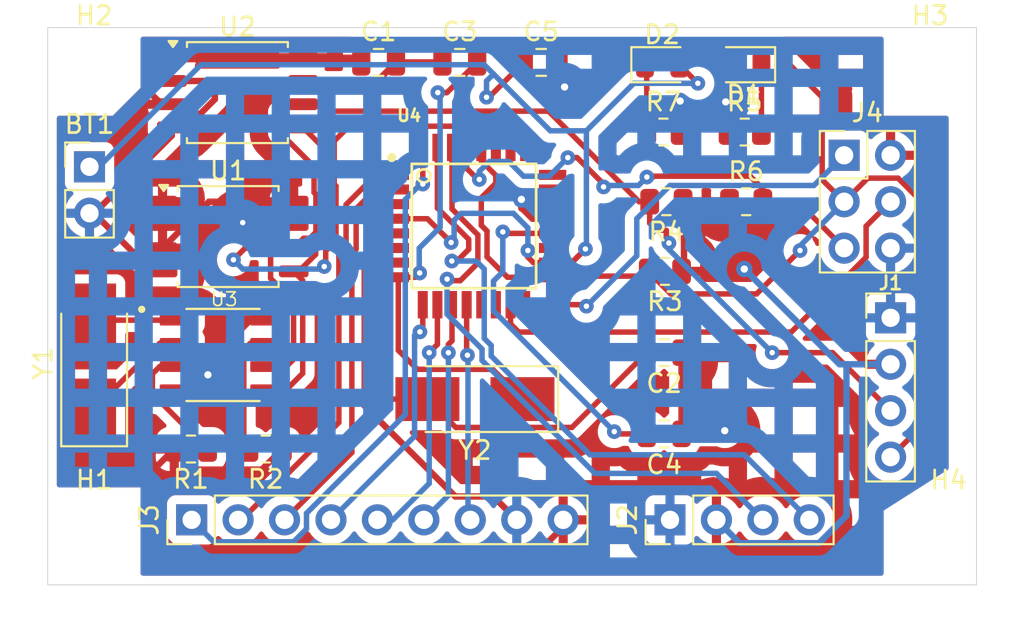
<source format=kicad_pcb>
(kicad_pcb (version 20241229) (generator "pcbnew") (generator_version "9.0")
  (title_block (title "MCU_DATA LOGGER") (date "2025-05-27") (rev "1") (comment 1 "2-layer PCB version"))
  (layers (0 "F.Cu" signal) (2 "B.Cu" signal) (13 "F.Paste" user) (15 "B.Paste" user) (5 "F.SilkS" user "F.Silkscreen") (7 "B.SilkS" user "B.Silkscreen") (1 "F.Mask" user) (3 "B.Mask" user) (25 "Edge.Cuts" user))
  (property "project_name" "MCU Datalogger with  memory and clock")
  (net 0 "")
  (net 1 "Net-(BT1-+)")
  (net 2 "GND")
  (net 3 "/Vcc")
  (net 4 "Net-(U4-PB6)")
  (net 5 "Net-(U4-PB7)")
  (net 6 "Net-(U4-AREF)")
  (net 7 "Net-(D1-K)")
  (net 8 "/SCK")
  (net 9 "Net-(D2-K)")
  (net 10 "/SDA")
  (net 11 "/TX")
  (net 12 "/RX")
  (net 13 "/D2")
  (net 14 "/D4")
  (net 15 "/D3")
  (net 16 "/D5")
  (net 17 "/D6")
  (net 18 "/D7")
  (net 19 "/D8")
  (net 20 "/RESET")
  (net 21 "/MOSI")
  (net 22 "/MISO")
  (net 23 "Net-(U3-~{INTA})")
  (net 24 "Net-(U3-SQW{slash}~INT)")
  (net 25 "Net-(U3-X1)")
  (net 26 "Net-(U3-X2)")
  (footprint "Connector_PinHeader_2.54mm:PinHeader_1x02_P2.54mm_Vertical" (layer "F.Cu") (at 65.786 93.975)
    (property "Reference" "BT1")
    (property "Value" "Battery")
  )
  (footprint "Resistor_SMD:R_0805_2012Metric" (layer "F.Cu") (at 97.3385 95.885 180)
    (property "Reference" "R4")
    (property "Value" "4.7K")
  )
  (footprint "Resistor_SMD:R_0805_2012Metric" (layer "F.Cu") (at 97.2585 99.695 180)
    (property "Reference" "R3")
    (property "Value" "4.7K")
  )
  (footprint "MountingHole:MountingHole_2.1mm" (layer "F.Cu") (at 66.04 88.9)
    (property "Reference" "H2")
    (property "Value" "MountingHole")
  )
  (footprint "Connector_PinHeader_2.54mm:PinHeader_1x04_P2.54mm_Vertical" (layer "F.Cu") (at 109.601 102.235)
    (property "Reference" "J1")
    (property "Value" "Conn_01x04_Pin")
  )
  (footprint "Connector_PinHeader_2.54mm:PinHeader_2x03_P2.54mm_Vertical" (layer "F.Cu") (at 107.061 93.345)
    (property "Reference" "J4")
    (property "Value" "Conn_02x03_Odd_Even")
  )
  (footprint "LED_SMD:LED_0805_2012Metric" (layer "F.Cu") (at 97.1065 88.392)
    (property "Reference" "D2")
    (property "Value" "LED")
  )
  (footprint "Capacitor_SMD:C_0805_2012Metric" (layer "F.Cu") (at 81.6 88.265)
    (property "Reference" "C1")
    (property "Value" "0.1uF")
  )
  (footprint "Crystal:Crystal_SMD_5032-2Pin_5.0x3.2mm_HandSoldering" (layer "F.Cu") (at 86.868 106.68 180)
    (property "Reference" "Y2")
    (property "Value" "16 MHz")
  )
  (footprint "Resistor_SMD:R_0805_2012Metric" (layer "F.Cu") (at 101.6235 92.075)
    (property "Reference" "R5")
    (property "Value" "330")
  )
  (footprint "MountingHole:MountingHole_2.1mm" (layer "F.Cu") (at 111.76 88.9)
    (property "Reference" "H3")
    (property "Value" "MountingHole")
  )
  (footprint "LED_SMD:LED_0805_2012Metric" (layer "F.Cu") (at 101.6 88.392 180)
    (property "Reference" "D1")
    (property "Value" "LED")
  )
  (footprint "Connector_PinHeader_2.54mm:PinHeader_1x04_P2.54mm_Vertical" (layer "F.Cu") (at 97.536 113.284 90)
    (property "Reference" "J2")
    (property "Value" "Conn_01x04_Pin")
  )
  (footprint "Capacitor_SMD:C_0805_2012Metric" (layer "F.Cu") (at 86.04 88.265)
    (property "Reference" "C3")
    (property "Value" "22pF")
  )
  (footprint "Capacitor_SMD:C_0805_2012Metric" (layer "F.Cu") (at 90.49 88.265)
    (property "Reference" "C5")
    (property "Value" "100nF")
  )
  (footprint "Package_SO:SOIC-8_5.3x5.3mm_P1.27mm" (layer "F.Cu") (at 73.368097 97.79)
    (property "Reference" "U1")
    (property "Value" "24LC1025")
  )
  (footprint "MountingHole:MountingHole_2.1mm" (layer "F.Cu") (at 66.04 114.3)
    (property "Reference" "H1")
    (property "Value" "MountingHole")
  )
  (footprint "Resistor_SMD:R_0805_2012Metric" (layer "F.Cu") (at 97.1785 92.075)
    (property "Reference" "R7")
    (property "Value" "330")
  )
  (footprint "Crystal:Crystal_SMD_5032-2Pin_5.0x3.2mm_HandSoldering" (layer "F.Cu") (at 66.04 104.708 90)
    (property "Reference" "Y1")
    (property "Value" "32.768 KHz")
  )
  (footprint "Package_SO:SOIC-8_5.3x5.3mm_P1.27mm" (layer "F.Cu") (at 73.876097 89.916)
    (property "Reference" "U2")
    (property "Value" "24LC1025")
  )
  (footprint "Resistor_SMD:R_0805_2012Metric" (layer "F.Cu") (at 75.4215 109.4105 180)
    (property "Reference" "R2")
    (property "Value" "10K")
  )
  (footprint "Connector_PinHeader_2.54mm:PinHeader_1x09_P2.54mm_Vertical" (layer "F.Cu") (at 71.374 113.284 90)
    (property "Reference" "J3")
    (property "Value" "Conn_01x09_Pin")
  )
  (footprint "Capacitor_SMD:C_0805_2012Metric" (layer "F.Cu") (at 97.216 108.585 180)
    (property "Reference" "C4")
    (property "Value" "0.1uF")
  )
  (footprint "footprints:QFP80P900X900X120-32N" (layer "F.Cu") (at 86.814 97.216371)
    (property "Reference" "U4")
    (property "Value" "ATMEGA328P-AU")
  )
  (footprint "footprints:SOIC127P600X175-8N" (layer "F.Cu") (at 73.087 104.267)
    (property "Reference" "U3")
    (property "Value" "DS1337S_")
  )
  (footprint "Resistor_SMD:R_0805_2012Metric" (layer "F.Cu") (at 71.334 109.4105 180)
    (property "Reference" "R1")
    (property "Value" "10K")
  )
  (footprint "Resistor_SMD:R_0805_2012Metric" (layer "F.Cu") (at 101.7035 95.885)
    (property "Reference" "R6")
    (property "Value" "10K")
  )
  (footprint "Capacitor_SMD:C_0805_2012Metric" (layer "F.Cu") (at 97.216 104.14 180)
    (property "Reference" "C2")
    (property "Value" "22pF")
  )
  (footprint "MountingHole:MountingHole_2.1mm" (layer "F.Cu") (at 111.76 114.3)
    (property "Reference" "H4")
    (property "Value" "MountingHole")
  )
  (gr_rect (start 63.5 86.36) (end 114.3 116.84) (stroke (width 0.05)) (fill no) (layer "Edge.Cuts"))
  (segment (start 92.91 98.470373) (end 92.164002 99.216371) (width 0.3) (layer "F.Cu") (net 1))
  (segment (start 98.044 88.392) (end 99.06 89.408) (width 0.3) (layer "F.Cu") (net 1))
  (segment (start 89.54 88.265) (end 87.635 90.17) (width 0.3) (layer "F.Cu") (net 1))
  (segment (start 89.763998 98.552) (end 89.763998 98.916369) (width 0.3) (layer "F.Cu") (net 1))
  (segment (start 87.635 90.17) (end 87.503 90.17) (width 0.3) (layer "F.Cu") (net 1))
  (segment (start 92.91 98.470373) (end 92.456002 98.924371) (width 0.3) (layer "F.Cu") (net 1))
  (segment (start 84.268308 96.816371) (end 85.566369 98.114432) (width 0.3) (layer "F.Cu") (net 1))
  (segment (start 89.763998 98.916369) (end 90.064 99.216371) (width 0.3) (layer "F.Cu") (net 1))
  (segment (start 90.064 99.216371) (end 91.114 99.216371) (width 0.3) (layer "F.Cu") (net 1))
  (segment (start 92.164002 99.216371) (end 91.114 99.216371) (width 0.3) (layer "F.Cu") (net 1))
  (segment (start 92.456002 98.924371) (end 92.164002 99.216371) (width 0.3) (layer "F.Cu") (net 1))
  (segment (start 92.456002 98.924371) (end 92.456 98.924371) (width 0.3) (layer "F.Cu") (net 1))
  (segment (start 82.514 96.816371) (end 84.268308 96.816371) (width 0.3) (layer "F.Cu") (net 1))
  (via (at 89.763998 98.552) (size 0.8) (drill 0.3) (layers "F.Cu" "B.Cu") (net 1))
  (via (at 85.566369 98.114432) (size 0.8) (drill 0.3) (layers "F.Cu" "B.Cu") (net 1))
  (via (at 99.06 89.408) (size 0.8) (drill 0.3) (layers "F.Cu" "B.Cu") (net 1))
  (via (at 92.91 98.470373) (size 0.8) (drill 0.3) (layers "F.Cu" "B.Cu") (net 1))
  (via (at 87.503 90.17) (size 0.8) (drill 0.3) (layers "F.Cu" "B.Cu") (net 1))
  (segment (start 87.503 90.17) (end 87.503 89.281) (width 0.3) (layer "B.Cu") (net 1))
  (segment (start 87.503 89.281) (end 87.884 88.9) (width 0.3) (layer "B.Cu") (net 1))
  (segment (start 99.06 89.408) (end 95.561686 89.408) (width 0.3) (layer "B.Cu") (net 1))
  (segment (start 92.964 98.416373) (end 92.964 92.005686) (width 0.3) (layer "B.Cu") (net 1))
  (segment (start 85.728463 97.952338) (end 85.566369 98.114432) (width 0.3) (layer "B.Cu") (net 1))
  (segment (start 65.532 93.975) (end 66.299 93.975) (width 0.3) (layer "B.Cu") (net 1))
  (segment (start 95.561686 89.408) (end 92.964 92.005686) (width 0.3) (layer "B.Cu") (net 1))
  (segment (start 87.884 88.9) (end 90.989686 92.005686) (width 0.3) (layer "B.Cu") (net 1))
  (segment (start 90.989686 92.005686) (end 92.964 92.005686) (width 0.3) (layer "B.Cu") (net 1))
  (segment (start 89.763998 98.552) (end 89.763998 97.31608) (width 0.3) (layer "B.Cu") (net 1))
  (segment (start 88.967918 96.52) (end 86.106 96.52) (width 0.3) (layer "B.Cu") (net 1))
  (segment (start 92.91 98.470373) (end 92.964 98.416373) (width 0.3) (layer "B.Cu") (net 1))
  (segment (start 86.106 96.52) (end 85.728463 96.897537) (width 0.3) (layer "B.Cu") (net 1))
  (segment (start 66.299 93.975) (end 71.882 88.392) (width 0.3) (layer "B.Cu") (net 1))
  (segment (start 87.376 88.392) (end 87.884 88.9) (width 0.3) (layer "B.Cu") (net 1))
  (segment (start 89.763998 97.31608) (end 88.967918 96.52) (width 0.3) (layer "B.Cu") (net 1))
  (segment (start 71.882 88.392) (end 87.376 88.392) (width 0.3) (layer "B.Cu") (net 1))
  (segment (start 85.728463 96.897537) (end 85.728463 97.952338) (width 0.3) (layer "B.Cu") (net 1))
  (segment (start 72.232868 105.435244) (end 72.238233 105.429879) (width 0.35) (layer "F.Cu") (net 2))
  (segment (start 72.263487 105.352209) (end 72.263658 105.352038) (width 0.35) (layer "F.Cu") (net 2))
  (segment (start 91.114 96.816371) (end 90.014 96.816371) (width 0.35) (layer "F.Cu") (net 2))
  (segment (start 77.598597 89.416) (end 81.399 89.416) (width 0.35) (layer "F.Cu") (net 2))
  (segment (start 91.44 89.279604) (end 91.770416 89.61002) (width 0.35) (layer "F.Cu") (net 2))
  (segment (start 72.181072 105.530929) (end 72.18119 105.530811) (width 0.35) (layer "F.Cu") (net 2))
  (segment (start 72.180241 105.53217) (end 72.180241 105.532104) (width 0.35) (layer "F.Cu") (net 2))
  (segment (start 72.180395 105.531886) (end 72.180543 105.531738) (width 0.35) (layer "F.Cu") (net 2))
  (segment (start 72.173728 105.541404) (end 72.173728 105.541239) (width 0.35) (layer "F.Cu") (net 2))
  (segment (start 72.190068 105.516961) (end 72.197835 105.509194) (width 0.35) (layer "F.Cu") (net 2))
  (segment (start 72.163475 105.55545) (end 72.164202 105.554723) (width 0.35) (layer "F.Cu") (net 2))
  (segment (start 72.644 90.278096) (end 72.644 89.281) (width 0.35) (layer "F.Cu") (net 2))
  (segment (start 72.181962 105.529667) (end 72.18204 105.529589) (width 0.35) (layer "F.Cu") (net 2))
  (segment (start 72.180685 105.531535) (end 72.180685 105.531477) (width 0.35) (layer "F.Cu") (net 2))
  (segment (start 72.232868 105.442474) (end 72.232868 105.435244) (width 0.35) (layer "F.Cu") (net 2))
  (segment (start 72.170419 105.545826) (end 72.17094 105.545305) (width 0.35) (layer "F.Cu") (net 2))
  (segment (start 72.181962 105.529701) (end 72.181962 105.529667) (width 0.35) (layer "F.Cu") (net 2))
  (segment (start 72.262611 105.355123) (end 72.26298 105.354754) (width 0.35) (layer "F.Cu") (net 2))
  (segment (start 72.169324 105.547343) (end 72.16988 105.546787) (width 0.35) (layer "F.Cu") (net 2))
  (segment (start 72.180241 105.532104) (end 72.180395 105.53195) (width 0.35) (layer "F.Cu") (net 2))
  (segment (start 72.176923 105.536897) (end 72.176923 105.536777) (width 0.35) (layer "F.Cu") (net 2))
  (segment (start 72.263791 105.351191) (end 72.263893 105.351089) (width 0.35) (layer "F.Cu") (net 2))
  (segment (start 72.177762 105.535598) (end 72.17802 105.53534) (width 0.35) (layer "F.Cu") (net 2))
  (segment (start 72.18119 105.530811) (end 72.18119 105.530762) (width 0.35) (layer "F.Cu") (net 2))
  (segment (start 72.180949 105.531102) (end 72.181072 105.530979) (width 0.35) (layer "F.Cu") (net 2))
  (segment (start 72.213054 105.476352) (end 72.220194 105.469212) (width 0.35) (layer "F.Cu") (net 2))
  (segment (start 72.261546 105.36027) (end 72.261546 105.358601) (width 0.35) (layer "F.Cu") (net 2))
  (segment (start 66.04 96.52) (end 70.288597 92.271403) (width 0.35) (layer "F.Cu") (net 2))
  (segment (start 72.18204 105.529589) (end 72.18204 105.528877) (width 0.35) (layer "F.Cu") (net 2))
  (segment (start 87.878 112.008) (end 89.154 113.284) (width 0.35) (layer "F.Cu") (net 2))
  (segment (start 72.166915 105.550931) (end 72.166915 105.55068) (width 0.35) (layer "F.Cu") (net 2))
  (segment (start 72.167545 105.55005) (end 72.167545 105.549807) (width 0.35) (layer "F.Cu") (net 2))
  (segment (start 72.181881 105.529782) (end 72.181962 105.529701) (width 0.35) (layer "F.Cu") (net 2))
  (segment (start 80.944099 96.509272) (end 80.944098 97.123469) (width 0.35) (layer "F.Cu") (net 2))
  (segment (start 89.408 96.210371) (end 89.408 95.758) (width 0.35) (layer "F.Cu") (net 2))
  (segment (start 80.837 98.811951) (end 80.837 106.113588) (width 0.35) (layer "F.Cu") (net 2))
  (segment (start 91.44 88.265) (end 91.44 89.279604) (width 0.35) (layer "F.Cu") (net 2))
  (segment (start 72.168157 105.54896) (end 72.168749 105.548368) (width 0.35) (layer "F.Cu") (net 2))
  (segment (start 72.170419 105.546033) (end 72.170419 105.545826) (width 0.35) (layer "F.Cu") (net 2))
  (segment (start 81.338 97.692371) (end 81.338 98.202086) (width 0.35) (layer "F.Cu") (net 2))
  (segment (start 72.165598 105.552506) (end 72.166266 105.551838) (width 0.35) (layer "F.Cu") (net 2))
  (segment (start 72.263266 105.352949) (end 72.263487 105.352728) (width 0.35) (layer "F.Cu") (net 2))
  (segment (start 72.175637 105.538576) (end 72.175977 105.538236) (width 0.35) (layer "F.Cu") (net 2))
  (segment (start 72.263791 105.351502) (end 72.263791 105.351191) (width 0.35) (layer "F.Cu") (net 2))
  (segment (start 72.20555 105.496216) (end 72.20555 105.490318) (width 0.35) (layer "F.Cu") (net 2))
  (segment (start 72.181612 105.530162) (end 72.181706 105.530068) (width 0.35) (layer "F.Cu") (net 2))
  (segment (start 81.437 96.016371) (end 80.944099 96.509272) (width 0.35) (layer "F.Cu") (net 2))
  (segment (start 72.178267 105.534988) (end 72.178267 105.534887) (width 0.35) (layer "F.Cu") (net 2))
  (segment (start 72.177493 105.536088) (end 72.177493 105.535975) (width 0.35) (layer "F.Cu") (net 2))
  (segment (start 72.171445 105.544404) (end 72.171933 105.543916) (width 0.35) (layer "F.Cu") (net 2))
  (segment (start 80.944098 97.123469) (end 81.437 97.616371) (width 0.35) (layer "F.Cu") (net 2))
  (segment (start 72.174534 105.540272) (end 72.174534 105.540115) (width 0.35) (layer "F.Cu") (net 2))
  (segment (start 89.408 95.758) (end 89.408 96.255828) (width 0.35) (layer "F.Cu") (net 2))
  (segment (start 72.242905 105.418121) (end 72.242905 105.411374) (width 0.35) (layer "F.Cu") (net 2))
  (segment (start 72.175283 105.539217) (end 72.175283 105.539071) (width 0.35) (layer "F.Cu") (net 2))
  (segment (start 72.263266 105.353615) (end 72.263266 105.352949) (width 0.35) (layer "F.Cu") (net 2))
  (segment (start 77.463597 89.281) (end 77.598597 89.416) (width 0.35) (layer "F.Cu") (net 2))
  (segment (start 72.172406 105.543074) (end 72.172862 105.542618) (width 0.35) (layer "F.Cu") (net 2))
  (segment (start 72.18082 105.531286) (end 72.180949 105.531157) (width 0.35) (layer "F.Cu") (net 2))
  (segment (start 72.238233 105.422793) (end 72.242905 105.418121) (width 0.35) (layer "F.Cu") (net 2))
  (segment (start 72.17662 105.537327) (end 72.17662 105.5372) (width 0.35) (layer "F.Cu") (net 2))
  (segment (start 72.242905 105.411374) (end 72.246898 105.407381) (width 0.35) (layer "F.Cu") (net 2))
  (segment (start 72.16988 105.546572) (end 72.170419 105.546033) (width 0.35) (layer "F.Cu") (net 2))
  (segment (start 72.263658 105.351635) (end 72.263791 105.351502) (width 0.35) (layer "F.Cu") (net 2))
  (segment (start 72.180395 105.53195) (end 72.180395 105.531886) (width 0.35) (layer "F.Cu") (net 2))
  (segment (start 72.165598 105.552772) (end 72.165598 105.552506) (width 0.35) (layer "F.Cu") (net 2))
  (segment (start 72.177214 105.536486) (end 72.177214 105.536367) (width 0.35) (layer "F.Cu") (net 2))
  (segment (start 72.171933 105.543729) (end 72.172406 105.543256) (width 0.35) (layer "F.Cu") (net 2))
  (segment (start 72.259845 105.366552) (end 72.259845 105.36403) (width 0.35) (layer "F.Cu") (net 2))
  (segment (start 82.514 96.016371) (end 81.437 96.016371) (width 0.35) (layer "F.Cu") (net 2))
  (segment (start 72.181706 105.530029) (end 72.181795 105.52994) (width 0.35) (layer "F.Cu") (net 2))
  (segment (start 72.18204 105.528877) (end 72.190068 105.520849) (width 0.35) (layer "F.Cu") (net 2))
  (segment (start 72.263893 105.351089) (end 72.263893 105.350847) (width 0.35) (layer "F.Cu") (net 2))
  (segment (start 72.18141 105.530449) (end 72.181513 105.530346) (width 0.35) (layer "F.Cu") (net 2))
  (segment (start 72.238233 105.429879) (end 72.238233 105.422793) (width 0.35) (layer "F.Cu") (net 2))
  (segment (start 72.177214 105.536367) (end 72.177493 105.536088) (width 0.35) (layer "F.Cu") (net 2))
  (segment (start 72.197835 105.503931) (end 72.20555 105.496216) (width 0.35) (layer "F.Cu") (net 2))
  (segment (start 72.179159 105.533718) (end 72.179159 105.533631) (width 0.35) (layer "F.Cu") (net 2))
  (segment (start 72.17802 105.535235) (end 72.178267 105.534988) (width 0.35) (layer "F.Cu") (net 2))
  (segment (start 72.181795 105.52994) (end 72.181795 105.529903) (width 0.35) (layer "F.Cu") (net 2))
  (segment (start 69.215 99.695) (end 66.04 96.52) (width 0.35) (layer "F.Cu") (net 2))
  (segment (start 80.944097 98.704853) (end 80.837 98.811951) (width 0.35) (layer "F.Cu") (net 2))
  (segment (start 72.179735 105.532819) (end 72.179912 105.532642) (width 0.35) (layer "F.Cu") (net 2))
  (segment (start 72.166266 105.55158) (end 72.166915 105.550931) (width 0.35) (layer "F.Cu") (net 2))
  (segment (start 72.250255 105.39213) (end 72.253037 105.389348) (width 0.35) (layer "F.Cu") (net 2))
  (segment (start 72.177493 105.535975) (end 72.177762 105.535706) (width 0.35) (layer "F.Cu") (net 2))
  (segment (start 72.255316 105.38209) (end 72.255316 105.377787) (width 0.35) (layer "F.Cu") (net 2))
  (segment (start 72.197835 105.509194) (end 72.197835 105.503931) (width 0.35) (layer "F.Cu") (net 2))
  (segment (start 90.014 96.816371) (end 89.408 96.210371) (width 0.35) (layer "F.Cu") (net 2))
  (segment (start 72.172862 105.542441) (end 72.173302 105.542001) (width 0.35) (layer "F.Cu") (net 2))
  (segment (start 72.257166 105.375937) (end 72.257166 105.372286) (width 0.35) (layer "F.Cu") (net 2))
  (segment (start 72.18141 105.530495) (end 72.18141 105.530449) (width 0.35) (layer "F.Cu") (net 2))
  (segment (start 72.174915 105.539734) (end 72.174915 105.539585) (width 0.35) (layer "F.Cu") (net 2))
  (segment (start 72.179552 105.533156) (end 72.179552 105.533077) (width 0.35) (layer "F.Cu") (net 2))
  (segment (start 72.176305 105.537642) (end 72.17662 105.537327) (width 0.35) (layer "F.Cu") (net 2))
  (segment (start 72.261546 105.358601) (end 72.262141 105.358006) (width 0.35) (layer "F.Cu") (net 2))
  (segment (start 81.414 97.616371) (end 81.338 97.692371) (width 0.35) (layer "F.Cu") (net 2))
  (segment (start 72.178732 105.534326) (end 72.178732 105.534233) (width 0.35) (layer "F.Cu") (net 2))
  (segment (start 81.437 97.616371) (end 81.84619 97.616371) (width 0.35) (layer "F.Cu") (net 2))
  (segment (start 80.838 107.052) (end 85.794 112.008) (width 0.35) (layer "F.Cu") (net 2))
  (segment (start 76.955597 97.155) (end 74.295 97.155) (width 0.35) (layer "F.Cu") (net 2))
  (segment (start 72.175977 105.538236) (end 72.175977 105.5381) (width 0.35) (layer "F.Cu") (net 2))
  (segment (start 72.263893 105.350847) (end 72.263971 105.350769) (width 0.35) (layer "F.Cu") (net 2))
  (segment (start 70.612 106.172) (end 71.597 106.172) (width 0.35) (layer "F.Cu") (net 2))
  (segment (start 72.163475 105.605525) (end 72.163475 105.55545) (width 0.35) (layer "F.Cu") (net 2))
  (segment (start 72.180685 105.531477) (end 72.18082 105.531342) (width 0.35) (layer "F.Cu") (net 2))
  (segment (start 72.174138 105.540668) (end 72.174534 105.540272) (width 0.35) (layer "F.Cu") (net 2))
  (segment (start 70.288597 89.281) (end 72.644 89.281) (width 0.35) (layer "F.Cu") (net 2))
  (segment (start 72.226833 105.448509) (end 72.232868 105.442474) (width 0.35) (layer "F.Cu") (net 2))
  (segment (start 72.246898 105.407381) (end 72.246898 105.40113) (width 0.35) (layer "F.Cu") (net 2))
  (segment (start 72.263658 105.352038) (end 72.263658 105.351635) (width 0.35) (layer "F.Cu") (net 2))
  (segment (start 72.17094 105.545105) (end 72.171445 105.5446) (width 0.35) (layer "F.Cu") (net 2))
  (segment (start 72.168749 105.548368) (end 72.168749 105.54814) (width 0.35) (layer "F.Cu") (net 2))
  (segment (start 72.253037 105.389348) (end 72.253037 105.384369) (width 0.35) (layer "F.Cu") (net 2))
  (segment (start 72.250255 105.397773) (end 72.250255 105.39213) (width 0.35) (layer "F.Cu") (net 2))
  (segment (start 71.597 106.172) (end 72.163475 105.605525) (width 0.35) (layer "F.Cu") (net 2))
  (segment (start 72.220194 105.469212) (end 72.220194 105.462314) (width 0.35) (layer "F.Cu") (net 2))
  (segment (start 98.166 108.585) (end 100.353601 108.585) (width 0.35) (layer "F.Cu") (net 2))
  (segment (start 72.259845 105.36403) (end 72.260794 105.363081) (width 0.35) (layer "F.Cu") (net 2))
  (segment (start 72.176305 105.537772) (end 72.176305 105.537642) (width 0.35) (layer "F.Cu") (net 2))
  (segment (start 72.168157 105.549195) (end 72.168157 105.54896) (width 0.35) (layer "F.Cu") (net 2))
  (segment (start 72.169324 105.547565) (end 72.169324 105.547343) (width 0.35) (layer "F.Cu") (net 2))
  (segment (start 72.181072 105.530979) (end 72.181072 105.530929) (width 0.35) (layer "F.Cu") (net 2))
  (segment (start 74.295 97.155) (end 74.168 97.028) (width 0.35) (layer "F.Cu") (net 2))
  (segment (start 72.164202 105.554442) (end 72.16491 105.553734) (width 0.35) (layer "F.Cu") (net 2))
  (segment (start 72.16491 105.55346) (end 72.165598 105.552772) (width 0.35) (layer "F.Cu") (net 2))
  (segment (start 100.711 90.551) (end 100.584 90.424) (width 0.35) (layer "F.Cu") (net 2))
  (segment (start 69.780597 99.695) (end 69.215 99.695) (width 0.35) (layer "F.Cu") (net 2))
  (segment (start 72.17895 105.534015) (end 72.17895 105.533927) (width 0.35) (layer "F.Cu") (net 2))
  (segment (start 72.179159 105.533631) (end 72.17936 105.53343) (width 0.35) (layer "F.Cu") (net 2))
  (segment (start 72.172406 105.543256) (end 72.172406 105.543074) (width 0.35) (layer "F.Cu") (net 2))
  (segment (start 72.181795 105.529903) (end 72.181881 105.529817) (width 0.35) (layer "F.Cu") (net 2))
  (segment (start 72.26298 105.353901) (end 72.263266 105.353615) (width 0.35) (layer "F.Cu") (net 2))
  (segment (start 72.18082 105.531342) (end 72.18082 105.531286) (width 0.35) (layer "F.Cu") (net 2))
  (segment (start 72.173302 105.54183) (end 72.173728 105.541404) (width 0.35) (layer "F.Cu") (net 2))
  (segment (start 82.514 97.616371) (end 81.414 97.616371) (width 0.35) (layer "F.Cu") (net 2))
  (segment (start 72.180949 105.531157) (end 72.180949 105.531102) (width 0.35) (layer "F.Cu") (net 2))
  (segment (start 72.178732 105.534233) (end 72.17895 105.534015) (width 0.35) (layer "F.Cu") (net 2))
  (segment (start 98.091 92.075) (end 98.091 90.377002) (width 0.35) (layer "F.Cu") (net 2))
  (segment (start 72.257166 105.372286) (end 72.258654 105.370798) (width 0.35) (layer "F.Cu") (net 2))
  (segment (start 85.794 112.008) (end 87.878 112.008) (width 0.35) (layer "F.Cu") (net 2))
  (segment (start 72.263487 105.352728) (end 72.263487 105.352209) (width 0.35) (layer "F.Cu") (net 2))
  (segment (start 72.17936 105.533348) (end 72.179552 105.533156) (width 0.35) (layer "F.Cu") (net 2))
  (segment (start 72.175637 105.538717) (end 72.175637 105.538576) (width 0.35) (layer "F.Cu") (net 2))
  (segment (start 70.288597 92.271403) (end 70.288597 91.821) (width 0.35) (layer "F.Cu") (net 2))
  (segment (start 72.180543 105.531738) (end 72.180543 105.531677) (width 0.35) (layer "F.Cu") (net 2))
  (segment (start 72.262141 105.358006) (end 72.262141 105.356665) (width 0.35) (layer "F.Cu") (net 2))
  (segment (start 72.246898 105.40113) (end 72.250255 105.397773) (width 0.35) (layer "F.Cu") (net 2))
  (segment (start 72.26298 105.354754) (end 72.26298 105.353901) (width 0.35) (layer "F.Cu") (net 2))
  (segment (start 72.176923 105.536777) (end 72.177214 105.536486) (width 0.35) (layer "F.Cu") (net 2))
  (segment (start 72.174138 105.540829) (end 72.174138 105.540668) (width 0.35) (layer "F.Cu") (net 2))
  (segment (start 72.226833 105.455675) (end 72.226833 105.448509) (width 0.35) (layer "F.Cu") (net 2))
  (segment (start 72.164202 105.554723) (end 72.164202 105.554442) (width 0.35) (layer "F.Cu") (net 2))
  (segment (start 72.181303 105.530602) (end 72.18141 105.530495) (width 0.35) (layer "F.Cu") (net 2))
  (segment (start 72.17802 105.53534) (end 72.17802 105.535235) (width 0.35) (layer "F.Cu") (net 2))
  (segment (start 72.17936 105.53343) (end 72.17936 105.533348) (width 0.35) (layer "F.Cu") (net 2))
  (segment (start 72.181513 105.530346) (end 72.181513 105.530303) (width 0.35) (layer "F.Cu") (net 2))
  (segment (start 100.353601 108.585) (end 100.52978 108.408821) (width 0.35) (layer "F.Cu") (net 2))
  (segment (start 72.167545 105.549807) (end 72.168157 105.549195) (width 0.35) (layer "F.Cu") (net 2))
  (segment (start 72.17094 105.545305) (end 72.17094 105.545105) (width 0.35) (layer "F.Cu") (net 2))
  (segment (start 72.258654 105.370798) (end 72.258654 105.367743) (width 0.35) (layer "F.Cu") (net 2))
  (segment (start 72.178267 105.534887) (end 72.178505 105.534649) (width 0.35) (layer "F.Cu") (net 2))
  (segment (start 72.262611 105.356195) (end 72.262611 105.355123) (width 0.35) (layer "F.Cu") (net 2))
  (segment (start 72.172862 105.542618) (end 72.172862 105.542441) (width 0.35) (layer "F.Cu") (net 2))
  (segment (start 72.173728 105.541239) (end 72.174138 105.540829) (width 0.35) (layer "F.Cu") (net 2))
  (segment (start 72.181513 105.530303) (end 72.181612 105.530204) (width 0.35) (layer "F.Cu") (net 2))
  (segment (start 81.399 89.416) (end 82.55 88.265) (width 0.35) (layer "F.Cu") (net 2))
  (segment (start 72.190068 105.520849) (end 72.190068 105.516961) (width 0.35) (layer "F.Cu") (net 2))
  (segment (start 81.414 97.616371) (end 82.514 97.616371) (width 0.35) (layer "F.Cu") (net 2))
  (segment (start 72.178505 105.534649) (end 72.178505 105.534553) (width 0.35) (layer "F.Cu") (net 2))
  (segment (start 72.17662 105.5372) (end 72.176923 105.536897) (width 0.35) (layer "F.Cu") (net 2))
  (segment (start 72.181881 105.529817) (end 72.181881 105.529782) (width 0.35) (layer "F.Cu") (net 2))
  (segment (start 80.837 106.113588) (end 80.838 106.114588) (width 0.35) (layer "F.Cu") (net 2))
  (segment (start 98.044 90.424) (end 98.090998 90.377002) (width 0.35) (layer "F.Cu") (net 2))
  (segment (start 72.18008 105.532331) (end 72.180241 105.53217) (width 0.35) (layer "F.Cu") (net 2))
  (segment (start 72.18119 105.530762) (end 72.181303 105.530649) (width 0.35) (layer "F.Cu") (net 2))
  (segment (start 72.253037 105.384369) (end 72.255316 105.38209) (width 0.35) (layer "F.Cu") (net 2))
  (segment (start 72.255316 105.377787) (end 72.257166 105.375937) (width 0.35) (layer "F.Cu") (net 2))
  (segment (start 72.181706 105.530068) (end 72.181706 105.530029) (width 0.35) (layer "F.Cu") (net 2))
  (segment (start 72.260794 105.361022) (end 72.261546 105.36027) (width 0.35) (layer "F.Cu") (net 2))
  (segment (start 70.288597 91.821) (end 71.101096 91.821) (width 0.35) (layer "F.Cu") (net 2))
  (segment (start 72.213054 105.482814) (end 72.213054 105.476352) (width 0.35) (layer "F.Cu") (net 2))
  (segment (start 71.101096 91.821) (end 72.644 90.278096) (width 0.35) (layer "F.Cu") (net 2))
  (segment (start 72.181303 105.530649) (end 72.181303 105.530602) (width 0.35) (layer "F.Cu") (net 2))
  (segment (start 72.177762 105.535706) (end 72.177762 105.535598) (width 0.35) (layer "F.Cu") (net 2))
  (segment (start 72.263971 105.350769) (end 72.263971 105.350581) (width 0.35) (layer "F.Cu") (net 2))
  (segment (start 98.166 104.14) (end 98.166 108.585) (width 0.35) (layer "F.Cu") (net 2))
  (segment (start 80.838 106.114588) (end 80.838 107.052) (width 0.35) (layer "F.Cu") (net 2))
  (segment (start 72.179735 105.532894) (end 72.179735 105.532819) (width 0.35) (layer "F.Cu") (net 2))
  (segment (start 80.944097 98.595989) (end 80.944097 98.704853) (width 0.35) (layer "F.Cu") (net 2))
  (segment (start 72.180543 105.531677) (end 72.180685 105.531535) (width 0.35) (layer "F.Cu") (net 2))
  (segment (start 72.179912 105.532642) (end 72.179912 105.532569) (width 0.35) (layer "F.Cu") (net 2))
  (segment (start 81.338 98.202086) (end 80.944097 98.595989) (width 0.35) (layer "F.Cu") (net 2))
  (segment (start 72.16491 105.553734) (end 72.16491 105.55346) (width 0.35) (layer "F.Cu") (net 2))
  (segment (start 72.174534 105.540115) (end 72.174915 105.539734) (width 0.35) (layer "F.Cu") (net 2))
  (segment (start 72.258654 105.367743) (end 72.259845 105.366552) (width 0.35) (layer "F.Cu") (net 2))
  (segment (start 98.090998 90.377002) (end 98.091 90.377002) (width 0.35) (layer "F.Cu") (net 2))
  (segment (start 72.260794 105.363081) (end 72.260794 105.361022) (width 0.35) (layer "F.Cu") (net 2))
  (segment (start 100.711 92.075) (end 100.711 90.551) (width 0.35) (layer "F.Cu") (net 2))
  (segment (start 72.175977 105.5381) (end 72.176305 105.537772) (width 0.35) (layer "F.Cu") (net 2))
  (segment (start 72.18008 105.532401) (end 72.18008 105.532331) (width 0.35) (layer "F.Cu") (net 2))
  (segment (start 72.166915 105.55068) (end 72.167545 105.55005) (width 0.35) (layer "F.Cu") (net 2))
  (segment (start 72.262141 105.356665) (end 72.262611 105.356195) (width 0.35) (layer "F.Cu") (net 2))
  (segment (start 72.16988 105.546787) (end 72.16988 105.546572) (width 0.35) (layer "F.Cu") (net 2))
  (segment (start 72.178505 105.534553) (end 72.178732 105.534326) (width 0.35) (layer "F.Cu") (net 2))
  (segment (start 72.220194 105.462314) (end 72.226833 105.455675) (width 0.35) (layer "F.Cu") (net 2))
  (segment (start 72.173302 105.542001) (end 72.173302 105.54183) (width 0.35) (layer "F.Cu") (net 2))
  (segment (start 72.181612 105.530204) (end 72.181612 105.530162) (width 0.35) (layer "F.Cu") (net 2))
  (segment (start 72.179552 105.533077) (end 72.179735 105.532894) (width 0.35) (layer "F.Cu") (net 2))
  (segment (start 72.175283 105.539071) (end 72.175637 105.538717) (width 0.35) (layer "F.Cu") (net 2))
  (segment (start 72.166266 105.551838) (end 72.166266 105.55158) (width 0.35) (layer "F.Cu") (net 2))
  (segment (start 72.168749 105.54814) (end 72.169324 105.547565) (width 0.35) (layer "F.Cu") (net 2))
  (segment (start 72.20555 105.490318) (end 72.213054 105.482814) (width 0.35) (layer "F.Cu") (net 2))
  (segment (start 72.171445 105.5446) (end 72.171445 105.544404) (width 0.35) (layer "F.Cu") (net 2))
  (segment (start 72.179912 105.532569) (end 72.18008 105.532401) (width 0.35) (layer "F.Cu") (net 2))
  (segment (start 82.55 88.265) (end 85.09 88.265) (width 0.35) (layer "F.Cu") (net 2))
  (segment (start 72.17895 105.533927) (end 72.179159 105.533718) (width 0.35) (layer "F.Cu") (net 2))
  (segment (start 72.171933 105.543916) (end 72.171933 105.543729) (width 0.35) (layer "F.Cu") (net 2))
  (segment (start 72.174915 105.539585) (end 72.175283 105.539217) (width 0.35) (layer "F.Cu") (net 2))
  (segment (start 72.644 89.281) (end 77.463597 89.281) (width 0.35) (layer "F.Cu") (net 2))
  (via (at 100.52978 108.408821) (size 0.9) (drill 0.4) (layers "F.Cu" "B.Cu") (net 2))
  (via (at 91.770416 89.61002) (size 0.9) (drill 0.4) (layers "F.Cu" "B.Cu") (net 2))
  (via (at 100.584 90.424) (size 0.9) (drill 0.4) (layers "F.Cu" "B.Cu") (net 2))
  (via (at 98.091 90.377002) (size 0.9) (drill 0.4) (layers "F.Cu" "B.Cu") (net 2))
  (via (at 72.263971 105.350581) (size 0.9) (drill 0.4) (layers "F.Cu" "B.Cu") (net 2))
  (via (at 74.168 97.028) (size 0.8) (drill 0.3) (layers "F.Cu" "B.Cu") (net 2))
  (via (at 89.408 95.758) (size 0.9) (drill 0.4) (layers "F.Cu" "B.Cu") (net 2))
  (segment (start 70.288597 88.011) (end 69.909329 88.011) (width 0.35) (layer "F.Cu") (net 3))
  (segment (start 69.780597 95.885) (end 69.780597 98.425) (width 0.35) (layer "F.Cu") (net 3))
  (segment (start 71.5475 110.5365) (end 70.4215 109.4105) (width 0.35) (layer "F.Cu") (net 3))
  (segment (start 101.473 99.695) (end 101.6 99.568) (width 0.35) (layer "F.Cu") (net 3))
  (segment (start 75.208 110.5365) (end 73.66 110.5365) (width 0.35) (layer "F.Cu") (net 3))
  (segment (start 69.209 110.623) (end 70.4215 109.4105) (width 0.35) (layer "F.Cu") (net 3))
  (segment (start 69.909329 88.011) (end 69.050097 88.870232) (width 0.35) (layer "F.Cu") (net 3))
  (segment (start 69.780597 98.425) (end 72.320597 95.885) (width 0.35) (layer "F.Cu") (net 3))
  (segment (start 73.66 110.5365) (end 71.5475 110.5365) (width 0.35) (layer "F.Cu") (net 3))
  (segment (start 91.694 113.284) (end 91.694 113.671) (width 0.35) (layer "F.Cu") (net 3))
  (segment (start 75.562 102.362) (end 74.577 102.362) (width 0.35) (layer "F.Cu") (net 3))
  (segment (start 72.320597 95.885) (end 76.955597 95.885) (width 0.35) (layer "F.Cu") (net 3))
  (segment (start 70.358 114.808) (end 69.209 113.659) (width 0.35) (layer "F.Cu") (net 3))
  (segment (start 73.65 103.289) (end 73.65 106.182) (width 0.35) (layer "F.Cu") (net 3))
  (segment (start 69.050097 88.870232) (end 69.050097 89.878097) (width 0.35) (layer "F.Cu") (net 3))
  (segment (start 73.5705 110.447) (end 73.66 110.5365) (width 0.35) (layer "F.Cu") (net 3))
  (segment (start 69.723 90.551) (end 70.288597 90.551) (width 0.35) (layer "F.Cu") (net 3))
  (segment (start 98.30193 99.56407) (end 98.30193 95.93593) (width 0.35) (layer "F.Cu") (net 3))
  (segment (start 76.334 109.4105) (end 75.208 110.5365) (width 0.35) (layer "F.Cu") (net 3))
  (segment (start 100.791 95.885) (end 98.251 95.885) (width 0.35) (layer "F.Cu") (net 3))
  (segment (start 91.694 113.671) (end 90.557 114.808) (width 0.35) (layer "F.Cu") (net 3))
  (segment (start 77.463597 88.011) (end 80.396 88.011) (width 0.35) (layer "F.Cu") (net 3))
  (segment (start 90.557 114.808) (end 70.358 114.808) (width 0.35) (layer "F.Cu") (net 3))
  (segment (start 73.5705 106.2615) (end 73.5705 110.447) (width 0.35) (layer "F.Cu") (net 3))
  (segment (start 98.171 99.695) (end 101.473 99.695) (width 0.35) (layer "F.Cu") (net 3))
  (segment (start 98.171 99.695) (end 98.30193 99.56407) (width 0.35) (layer "F.Cu") (net 3))
  (segment (start 69.209 113.659) (end 69.209 110.623) (width 0.35) (layer "F.Cu") (net 3))
  (segment (start 98.30193 95.93593) (end 98.251 95.885) (width 0.35) (layer "F.Cu") (net 3))
  (segment (start 76.334 109.4105) (end 76.0565 109.4105) (width 0.35) (layer "F.Cu") (net 3))
  (segment (start 80.396 88.011) (end 80.65 88.265) (width 0.35) (layer "F.Cu") (net 3))
  (segment (start 69.050097 89.878097) (end 69.723 90.551) (width 0.35) (layer "F.Cu") (net 3))
  (segment (start 73.65 106.182) (end 73.5705 106.2615) (width 0.35) (layer "F.Cu") (net 3))
  (segment (start 74.577 102.362) (end 73.65 103.289) (width 0.35) (layer "F.Cu") (net 3))
  (via (at 101.6 99.568) (size 0.9) (drill 0.4) (layers "F.Cu" "B.Cu") (net 3))
  (segment (start 107.188 113.056537) (end 105.684537 114.56) (width 0.35) (layer "B.Cu") (net 3))
  (segment (start 109.22 105.156) (end 109.601 104.775) (width 0.35) (layer "B.Cu") (net 3))
  (segment (start 105.684537 114.56) (end 101.352 114.56) (width 0.35) (layer "B.Cu") (net 3))
  (segment (start 107.188 104.775) (end 107.188 113.056537) (width 0.35) (layer "B.Cu") (net 3))
  (segment (start 101.352 114.56) (end 100.076 113.284) (width 0.35) (layer "B.Cu") (net 3))
  (segment (start 107.188 104.775) (end 106.807 104.775) (width 0.35) (layer "B.Cu") (net 3))
  (segment (start 106.807 104.775) (end 101.6 99.568) (width 0.35) (layer "B.Cu") (net 3))
  (segment (start 109.601 104.775) (end 107.188 104.775) (width 0.35) (layer "B.Cu") (net 3))
  (segment (start 84.268 106.68) (end 82.218 106.68) (width 0.3) (layer "F.Cu") (net 4))
  (segment (start 81.413 105.875) (end 81.413 99.267371) (width 0.3) (layer "F.Cu") (net 4))
  (segment (start 81.464 99.216371) (end 82.514 99.216371) (width 0.3) (layer "F.Cu") (net 4))
  (segment (start 85.819 108.231) (end 84.268 106.68) (width 0.3) (layer "F.Cu") (net 4))
  (segment (start 82.218 106.68) (end 81.413 105.875) (width 0.3) (layer "F.Cu") (net 4))
  (segment (start 96.266 104.14) (end 92.175 108.231) (width 0.3) (layer "F.Cu") (net 4))
  (segment (start 81.413 99.267371) (end 81.464 99.216371) (width 0.3) (layer "F.Cu") (net 4))
  (segment (start 92.175 108.231) (end 85.819 108.231) (width 0.3) (layer "F.Cu") (net 4))
  (segment (start 83.71524 105.05124) (end 82.677 104.013) (width 0.3) (layer "F.Cu") (net 5))
  (segment (start 85.339 89.916) (end 86.99 88.265) (width 0.3) (layer "F.Cu") (net 5))
  (segment (start 82.514 100.016371) (end 83.611092 100.016371) (width 0.3) (layer "F.Cu") (net 5))
  (segment (start 89.468 106.68) (end 87.83924 105.05124) (width 0.3) (layer "F.Cu") (net 5))
  (segment (start 83.611092 100.016371) (end 83.845354 99.782109) (width 0.3) (layer "F.Cu") (net 5))
  (segment (start 84.836 89.916) (end 85.339 89.916) (width 0.3) (layer "F.Cu") (net 5))
  (segment (start 82.677 104.013) (end 82.677 100.179371) (width 0.3) (layer "F.Cu") (net 5))
  (segment (start 87.83924 105.05124) (end 83.71524 105.05124) (width 0.3) (layer "F.Cu") (net 5))
  (segment (start 82.677 100.179371) (end 82.514 100.016371) (width 0.3) (layer "F.Cu") (net 5))
  (via (at 84.836 89.916) (size 0.8) (drill 0.3) (layers "F.Cu" "B.Cu") (net 5))
  (via (at 83.845354 99.782109) (size 0.8) (drill 0.3) (layers "F.Cu" "B.Cu") (net 5))
  (segment (start 83.714837 99.651592) (end 83.845354 99.782109) (width 0.3) (layer "B.Cu") (net 5))
  (segment (start 83.82 98.425) (end 83.82 99.534907) (width 0.3) (layer "B.Cu") (net 5))
  (segment (start 84.963 90.043) (end 84.963 97.282) (width 0.3) (layer "B.Cu") (net 5))
  (segment (start 83.714837 99.64007) (end 83.714837 99.651592) (width 0.3) (layer "B.Cu") (net 5))
  (segment (start 84.836 89.916) (end 84.963 90.043) (width 0.3) (layer "B.Cu") (net 5))
  (segment (start 83.82 99.534907) (end 83.714837 99.64007) (width 0.3) (layer "B.Cu") (net 5))
  (segment (start 84.963 97.282) (end 83.82 98.425) (width 0.3) (layer "B.Cu") (net 5))
  (segment (start 88.472371 97.616371) (end 88.392 97.536) (width 0.3) (layer "F.Cu") (net 6))
  (segment (start 94.488821 108.458821) (end 94.488 108.458821) (width 0.3) (layer "F.Cu") (net 6))
  (segment (start 91.114 97.616371) (end 88.472371 97.616371) (width 0.3) (layer "F.Cu") (net 6))
  (segment (start 96.266 108.585) (end 94.615 108.585) (width 0.3) (layer "F.Cu") (net 6))
  (segment (start 94.615 108.585) (end 94.488821 108.458821) (width 0.3) (layer "F.Cu") (net 6))
  (via (at 88.392 97.536) (size 0.8) (drill 0.3) (layers "F.Cu" "B.Cu") (net 6))
  (via (at 94.488 108.458821) (size 0.8) (drill 0.3) (layers "F.Cu" "B.Cu") (net 6))
  (segment (start 88.392 99.714207) (end 88.392 97.536) (width 0.3) (layer "B.Cu") (net 6))
  (segment (start 87.884 100.222207) (end 88.392 99.714207) (width 0.3) (layer "B.Cu") (net 6))
  (segment (start 94.488 108.458821) (end 87.884 101.854821) (width 0.3) (layer "B.Cu") (net 6))
  (segment (start 87.884 101.854821) (end 87.884 100.222207) (width 0.3) (layer "B.Cu") (net 6))
  (segment (start 102.536 92.075) (end 102.536 88.3935) (width 0.3) (layer "F.Cu") (net 7))
  (segment (start 102.536 88.3935) (end 102.5375 88.392) (width 0.3) (layer "F.Cu") (net 7))
  (segment (start 87.214 95.671355) (end 87.214 97.175022) (width 0.3) (layer "F.Cu") (net 8))
  (segment (start 111.76 107.696) (end 111.76 96.345529) (width 0.3) (layer "F.Cu") (net 8))
  (segment (start 76.143098 98.425) (end 76.955597 98.425) (width 0.3) (layer "F.Cu") (net 8))
  (segment (start 78.169097 95.484588) (end 78.069093 95.384583) (width 0.3) (layer "F.Cu") (net 8))
  (segment (start 101.7135 87.341) (end 103.034358 87.341) (width 0.3) (layer "F.Cu") (net 8))
  (segment (start 78.069094 94.473326) (end 78.069097 94.473323) (width 0.3) (layer "F.Cu") (net 8))
  (segment (start 100.6625 88.392) (end 101.7135 87.341) (width 0.3) (layer "F.Cu") (net 8))
  (segment (start 88.007754 94.441536) (end 88.007754 94.877601) (width 0.3) (layer "F.Cu") (net 8))
  (segment (start 105.86 94.684) (end 107.061 95.885) (width 0.3) (layer "F.Cu") (net 8))
  (segment (start 78.069098 93.969703) (end 76.2 92.100605) (width 0.3) (layer "F.Cu") (net 8))
  (segment (start 87.214 92.916371) (end 87.214 93.647782) (width 0.3) (layer "F.Cu") (net 8))
  (segment (start 79.169098 92.568902) (end 79.169098 94.928953) (width 0.3) (layer "F.Cu") (net 8))
  (segment (start 76.2 92.100605) (end 76.2 91.002098) (width 0.3) (layer "F.Cu") (net 8))
  (segment (start 76.2 91.002098) (end 76.651098 90.551) (width 0.3) (layer "F.Cu") (net 8))
  (segment (start 76.955597 98.425) (end 74.295 98.425) (width 0.3) (layer "F.Cu") (net 8))
  (segment (start 87.214 92.916371) (end 87.214 91.866371) (width 0.3) (layer "F.Cu") (net 8))
  (segment (start 79.269097 98.011047) (end 78.705 98.575144) (width 0.3) (layer "F.Cu") (net 8))
  (segment (start 76.948 104.501) (end 76.948 101.332) (width 0.3) (layer "F.Cu") (net 8))
  (segment (start 87.214 93.647782) (end 88.007754 94.441536) (width 0.3) (layer "F.Cu") (net 8))
  (segment (start 96.346 99.695) (end 97.578 100.927) (width 0.3) (layer "F.Cu") (net 8))
  (segment (start 97.578 100.927) (end 102.273 100.927) (width 0.3) (layer "F.Cu") (net 8))
  (segment (start 96.346 99.695) (end 96.086 99.955) (width 0.3) (layer "F.Cu") (net 8))
  (segment (start 75.692 98.876098) (end 76.143098 98.425) (width 0.3) (layer "F.Cu") (net 8))
  (segment (start 74.295 98.425) (end 73.66 99.06) (width 0.3) (layer "F.Cu") (net 8))
  (segment (start 77.843509 97.881) (end 78.169097 97.555412) (width 0.3) (layer "F.Cu") (net 8))
  (segment (start 105.86 90.166642) (end 105.86 94.684) (width 0.3) (layer "F.Cu") (net 8))
  (segment (start 78.069094 94.701154) (end 78.06909 94.473337) (width 0.3) (layer "F.Cu") (net 8))
  (segment (start 96.086 99.955) (end 90.66 99.955) (width 0.3) (layer "F.Cu") (net 8))
  (segment (start 87.101629 91.754) (end 79.984 91.754) (width 0.3) (layer "F.Cu") (net 8))
  (segment (start 79.169098 94.928953) (end 79.269098 95.028955) (width 0.3) (layer "F.Cu") (net 8))
  (segment (start 87.214 91.866371) (end 87.101629 91.754) (width 0.3) (layer "F.Cu") (net 8))
  (segment (start 75.692 100.076) (end 75.692 98.876098) (width 0.3) (layer "F.Cu") (net 8))
  (segment (start 111.76 96.345529) (end 110.010471 94.596) (width 0.3) (layer "F.Cu") (net 8))
  (segment (start 88.646787 100.016371) (end 91.114 100.016371) (width 0.3) (layer "F.Cu") (net 8))
  (segment (start 76.547 104.902) (end 76.948 104.501) (width 0.3) (layer "F.Cu") (net 8))
  (segment (start 87.214 97.175022) (end 87.528463 97.489485) (width 0.3) (layer "F.Cu") (net 8))
  (segment (start 102.273 100.927) (end 104.648 98.552) (width 0.3) (layer "F.Cu") (net 8))
  (segment (start 76.651098 90.551) (end 77.463597 90.551) (width 0.3) (layer "F.Cu") (net 8))
  (segment (start 87.528463 97.489485) (end 87.528463 98.898047) (width 0.3) (layer "F.Cu") (net 8))
  (segment (start 103.034358 87.341) (end 105.86 90.166642) (width 0.3) (layer "F.Cu") (net 8))
  (segment (start 76.948 101.332) (end 75.692 100.076) (width 0.3) (layer "F.Cu") (net 8))
  (segment (start 78.705 99.350171) (end 78.625946 99.429225) (width 0.3) (layer "F.Cu") (net 8))
  (segment (start 87.528463 98.898047) (end 88.646787 100.016371) (width 0.3) (layer "F.Cu") (net 8))
  (segment (start 78.069097 94.473323) (end 78.069098 93.969703) (width 0.3) (layer "F.Cu") (net 8))
  (segment (start 77.499597 97.881) (end 77.843509 97.881) (width 0.3) (layer "F.Cu") (net 8))
  (segment (start 110.010471 94.596) (end 108.35 94.596) (width 0.3) (layer "F.Cu") (net 8))
  (segment (start 78.705 98.575144) (end 78.705 99.350171) (width 0.3) (layer "F.Cu") (net 8))
  (segment (start 78.169097 97.555412) (end 78.169097 95.484588) (width 0.3) (layer "F.Cu") (net 8))
  (segment (start 76.955597 98.425) (end 77.499597 97.881) (width 0.3) (layer "F.Cu") (net 8))
  (segment (start 78.069093 95.384583) (end 78.069094 94.701154) (width 0.3) (layer "F.Cu") (net 8))
  (segment (start 79.984 91.754) (end 79.169098 92.568902) (width 0.3) (layer "F.Cu") (net 8))
  (segment (start 78.069094 94.473333) (end 78.069094 94.473326) (width 0.3) (layer "F.Cu") (net 8))
  (segment (start 75.562 104.902) (end 76.547 104.902) (width 0.3) (layer "F.Cu") (net 8))
  (segment (start 78.06909 94.473337) (end 78.069094 94.473333) (width 0.3) (layer "F.Cu") (net 8))
  (segment (start 109.601 109.855) (end 111.76 107.696) (width 0.3) (layer "F.Cu") (net 8))
  (segment (start 79.269098 95.028955) (end 79.269097 98.011047) (width 0.3) (layer "F.Cu") (net 8))
  (segment (start 88.007754 94.877601) (end 87.214 95.671355) (width 0.3) (layer "F.Cu") (net 8))
  (segment (start 108.35 94.596) (end 107.061 95.885) (width 0.3) (layer "F.Cu") (net 8))
  (via (at 73.66 99.06) (size 0.8) (drill 0.3) (layers "F.Cu" "B.Cu") (net 8))
  (via (at 78.625946 99.429225) (size 0.8) (drill 0.3) (layers "F.Cu" "B.Cu") (net 8))
  (via (at 104.648 98.552) (size 0.8) (drill 0.3) (layers "F.Cu" "B.Cu") (net 8))
  (segment (start 104.648 98.298) (end 104.648 98.552) (width 0.3) (layer "B.Cu") (net 8))
  (segment (start 78.487171 99.568) (end 78.625946 99.429225) (width 0.3) (layer "B.Cu") (net 8))
  (segment (start 74.168 99.568) (end 78.487171 99.568) (width 0.3) (layer "B.Cu") (net 8))
  (segment (start 107.061 95.885) (end 104.648 98.298) (width 0.3) (layer "B.Cu") (net 8))
  (segment (start 73.66 99.06) (end 74.168 99.568) (width 0.3) (layer "B.Cu") (net 8))
  (segment (start 96.266 92.075) (end 96.266 88.489) (width 0.3) (layer "F.Cu") (net 9))
  (segment (start 96.266 88.489) (end 96.169 88.392) (width 0.3) (layer "F.Cu") (net 9))
  (segment (start 109.601 107.315) (end 106.426 104.14) (width 0.3) (layer "F.Cu") (net 10))
  (segment (start 77.228799 99.695) (end 78.155 98.768799) (width 0.3) (layer "F.Cu") (net 10))
  (segment (start 77.448 105.271) (end 77.448 100.187403) (width 0.3) (layer "F.Cu") (net 10))
  (segment (start 78.719097 97.783229) (end 78.719097 95.25677) (width 0.3) (layer "F.Cu") (net 10))
  (segment (start 78.619098 95.15677) (end 78.619098 92.976501) (width 0.3) (layer "F.Cu") (net 10))
  (segment (start 78.719097 95.25677) (end 78.619098 95.15677) (width 0.3) (layer "F.Cu") (net 10))
  (segment (start 78.155 98.347326) (end 78.719097 97.783229) (width 0.3) (layer "F.Cu") (net 10))
  (segment (start 78.619098 92.976501) (end 77.463597 91.821) (width 0.3) (layer "F.Cu") (net 10))
  (segment (start 97.334679 97.456678) (end 97.334679 98.002415) (width 0.3) (layer "F.Cu") (net 10))
  (segment (start 106.426 104.14) (end 103.124001 104.140001) (width 0.3) (layer "F.Cu") (net 10))
  (segment (start 87.884 90.932) (end 90.892629 90.932) (width 0.3) (layer "F.Cu") (net 10))
  (segment (start 78.155 98.768799) (end 78.155 98.347326) (width 0.3) (layer "F.Cu") (net 10))
  (segment (start 96.426 97.055999) (end 96.812 97.441999) (width 0.3) (layer "F.Cu") (net 10))
  (segment (start 76.547 106.172) (end 77.448 105.271) (width 0.3) (layer "F.Cu") (net 10))
  (segment (start 87.884 90.932) (end 78.74 90.932) (width 0.3) (layer "F.Cu") (net 10))
  (segment (start 77.448 100.187403) (end 76.955597 99.695) (width 0.3) (layer "F.Cu") (net 10))
  (segment (start 96.426 95.885) (end 96.426 97.055999) (width 0.3) (layer "F.Cu") (net 10))
  (segment (start 75.562 106.172) (end 76.547 106.172) (width 0.3) (layer "F.Cu") (net 10))
  (segment (start 88.014 91.062) (end 87.884 90.932) (width 0.3) (layer "F.Cu") (net 10))
  (segment (start 76.955597 99.695) (end 77.228799 99.695) (width 0.3) (layer "F.Cu") (net 10))
  (segment (start 88.014 92.916371) (end 88.014 91.062) (width 0.3) (layer "F.Cu") (net 10))
  (segment (start 90.892629 90.932) (end 95.845629 95.885) (width 0.3) (layer "F.Cu") (net 10))
  (segment (start 95.845629 95.885) (end 96.426 95.885) (width 0.3) (layer "F.Cu") (net 10))
  (segment (start 96.812 97.441999) (end 97.32 97.441999) (width 0.3) (layer "F.Cu") (net 10))
  (segment (start 97.32 97.441999) (end 97.334679 97.456678) (width 0.3) (layer "F.Cu") (net 10))
  (segment (start 78.74 90.932) (end 77.851 91.821) (width 0.3) (layer "F.Cu") (net 10))
  (segment (start 77.851 91.821) (end 77.463597 91.821) (width 0.3) (layer "F.Cu") (net 10))
  (segment (start 97.334679 98.002415) (end 97.47693 98.144666) (width 0.3) (layer "F.Cu") (net 10))
  (via (at 97.47693 98.144666) (size 0.8) (drill 0.3) (layers "F.Cu" "B.Cu") (net 10))
  (via (at 103.124001 104.140001) (size 0.8) (drill 0.3) (layers "F.Cu" "B.Cu") (net 10))
  (segment (start 97.47693 98.49293) (end 97.47693 98.144666) (width 0.3) (layer "B.Cu") (net 10))
  (segment (start 103.124001 104.140001) (end 97.47693 98.49293) (width 0.3) (layer "B.Cu") (net 10))
  (segment (start 84.814 96.230691) (end 86.528463 97.945154) (width 0.3) (layer "F.Cu") (net 11))
  (segment (start 86.528463 98.487796) (end 85.888202 99.128057) (width 0.3) (layer "F.Cu") (net 11))
  (segment (start 84.814 92.916371) (end 84.814 96.230691) (width 0.3) (layer "F.Cu") (net 11))
  (segment (start 86.528463 97.945154) (end 86.528463 98.487796) (width 0.3) (layer "F.Cu") (net 11))
  (segment (start 85.888202 99.128057) (end 85.602747 99.128057) (width 0.3) (layer "F.Cu") (net 11))
  (via (at 85.602747 99.128057) (size 0.8) (drill 0.3) (layers "F.Cu" "B.Cu") (net 11))
  (segment (start 101.6 109.728) (end 93.163106 109.728) (width 0.3) (layer "B.Cu") (net 11))
  (segment (start 86.936057 99.128057) (end 85.602747 99.128057) (width 0.3) (layer "B.Cu") (net 11))
  (segment (start 87.376 99.568) (end 86.936057 99.128057) (width 0.3) (layer "B.Cu") (net 11))
  (segment (start 105.156 113.284) (end 101.6 109.728) (width 0.3) (layer "B.Cu") (net 11))
  (segment (start 93.163106 109.728) (end 87.756847 104.321741) (width 0.3) (layer "B.Cu") (net 11))
  (segment (start 87.376 103.360571) (end 87.376 99.568) (width 0.3) (layer "B.Cu") (net 11))
  (segment (start 87.756847 104.321741) (end 87.756847 103.741418) (width 0.3) (layer "B.Cu") (net 11))
  (segment (start 87.756847 103.741418) (end 87.376 103.360571) (width 0.3) (layer "B.Cu") (net 11))
  (segment (start 85.614 92.916371) (end 85.614 96.282137) (width 0.3) (layer "F.Cu") (net 12))
  (segment (start 87.028463 97.696601) (end 87.028463 99.239267) (width 0.3) (layer "F.Cu") (net 12))
  (segment (start 85.614 96.282137) (end 87.028463 97.696601) (width 0.3) (layer "F.Cu") (net 12))
  (segment (start 85.430631 100.203) (end 85.344 100.116369) (width 0.3) (layer "F.Cu") (net 12))
  (segment (start 87.028463 99.239267) (end 86.06473 100.203) (width 0.3) (layer "F.Cu") (net 12))
  (segment (start 86.06473 100.203) (end 85.430631 100.203) (width 0.3) (layer "F.Cu") (net 12))
  (via (at 85.344 100.116369) (size 0.8) (drill 0.3) (layers "F.Cu" "B.Cu") (net 12))
  (segment (start 87.256847 104.568218) (end 87.256847 103.948524) (width 0.3) (layer "B.Cu") (net 12))
  (segment (start 85.344 102.035677) (end 85.344 100.116369) (width 0.3) (layer "B.Cu") (net 12))
  (segment (start 102.616 113.284) (end 100.076 110.744) (width 0.3) (layer "B.Cu") (net 12))
  (segment (start 93.432629 110.744) (end 87.256847 104.568218) (width 0.3) (layer "B.Cu") (net 12))
  (segment (start 100.076 110.744) (end 93.432629 110.744) (width 0.3) (layer "B.Cu") (net 12))
  (segment (start 87.256847 103.948524) (end 85.344 102.035677) (width 0.3) (layer "B.Cu") (net 12))
  (segment (start 84.014 94.918182) (end 84.015818 94.92) (width 0.3) (layer "F.Cu") (net 13))
  (segment (start 84.014 92.916371) (end 84.014 94.918182) (width 0.3) (layer "F.Cu") (net 13))
  (via (at 84.015818 94.92) (size 0.8) (drill 0.3) (layers "F.Cu" "B.Cu") (net 13))
  (segment (start 83.058 107.521529) (end 77.655 112.924529) (width 0.3) (layer "B.Cu") (net 13))
  (segment (start 84.015818 94.92) (end 83.939818 94.996) (width 0.3) (layer "B.Cu") (net 13))
  (segment (start 83.058 95.758) (end 83.058 107.521529) (width 0.3) (layer "B.Cu") (net 13))
  (segment (start 76.951471 114.485) (end 72.575 114.485) (width 0.3) (layer "B.Cu") (net 13))
  (segment (start 83.939818 94.996) (end 83.82 94.996) (width 0.3) (layer "B.Cu") (net 13))
  (segment (start 83.82 94.996) (end 83.058 95.758) (width 0.3) (layer "B.Cu") (net 13))
  (segment (start 77.655 112.924529) (end 77.655 113.781471) (width 0.3) (layer "B.Cu") (net 13))
  (segment (start 77.655 113.781471) (end 76.951471 114.485) (width 0.3) (layer "B.Cu") (net 13))
  (segment (start 72.575 114.485) (end 71.374 113.284) (width 0.3) (layer "B.Cu") (net 13))
  (segment (start 80.137 109.601) (end 76.454 113.284) (width 0.3) (layer "F.Cu") (net 14))
  (segment (start 80.369099 96.2711) (end 80.369097 98.466681) (width 0.3) (layer "F.Cu") (net 14))
  (segment (start 80.137 98.698778) (end 80.137 109.601) (width 0.3) (layer "F.Cu") (net 14))
  (segment (start 80.369097 98.466681) (end 80.137 98.698778) (width 0.3) (layer "F.Cu") (net 14))
  (segment (start 82.514 95.216371) (end 81.423828 95.216371) (width 0.3) (layer "F.Cu") (net 14))
  (segment (start 81.423828 95.216371) (end 80.369099 96.2711) (width 0.3) (layer "F.Cu") (net 14))
  (segment (start 79.425946 107.958634) (end 79.425946 98.632016) (width 0.3) (layer "F.Cu") (net 15))
  (segment (start 79.819099 96.041866) (end 81.444595 94.416371) (width 0.3) (layer "F.Cu") (net 15))
  (segment (start 74.10058 113.284) (end 79.425946 107.958634) (width 0.3) (layer "F.Cu") (net 15))
  (segment (start 81.444595 94.416371) (end 82.514 94.416371) (width 0.3) (layer "F.Cu") (net 15))
  (segment (start 79.425946 98.632016) (end 79.819097 98.238864) (width 0.3) (layer "F.Cu") (net 15))
  (segment (start 79.819097 98.238864) (end 79.819099 96.041866) (width 0.3) (layer "F.Cu") (net 15))
  (segment (start 73.914 113.284) (end 74.10058 113.284) (width 0.3) (layer "F.Cu") (net 15))
  (segment (start 84.014 101.516371) (end 84.014 102.846066) (width 0.3) (layer "F.Cu") (net 16))
  (segment (start 84.014 102.846066) (end 83.858 103.002066) (width 0.3) (layer "F.Cu") (net 16))
  (via (at 83.858 103.002066) (size 0.8) (drill 0.3) (layers "F.Cu" "B.Cu") (net 16))
  (segment (start 83.566 103.194747) (end 83.758681 103.002066) (width 0.3) (layer "B.Cu") (net 16))
  (segment (start 83.758681 103.002066) (end 83.858 103.002066) (width 0.3) (layer "B.Cu") (net 16))
  (segment (start 83.566 108.712) (end 83.566 103.194747) (width 0.3) (layer "B.Cu") (net 16))
  (segment (start 78.994 113.284) (end 83.566 108.712) (width 0.3) (layer "B.Cu") (net 16))
  (segment (start 84.814 101.516371) (end 84.814 103.689934) (width 0.3) (layer "F.Cu") (net 17))
  (segment (start 84.814 103.689934) (end 84.366 104.137934) (width 0.3) (layer "F.Cu") (net 17))
  (via (at 84.366 104.137934) (size 0.8) (drill 0.3) (layers "F.Cu" "B.Cu") (net 17))
  (segment (start 84.366 111.293529) (end 84.366 104.137934) (width 0.3) (layer "B.Cu") (net 17))
  (segment (start 82.375529 113.284) (end 84.366 111.293529) (width 0.3) (layer "B.Cu") (net 17))
  (segment (start 81.534 113.284) (end 82.375529 113.284) (width 0.3) (layer "B.Cu") (net 17))
  (segment (start 85.614 103.489) (end 85.415996 103.687004) (width 0.3) (layer "F.Cu") (net 18))
  (segment (start 85.415996 103.687004) (end 85.415996 104.141568) (width 0.3) (layer "F.Cu") (net 18))
  (segment (start 85.614 101.516371) (end 85.614 103.489) (width 0.3) (layer "F.Cu") (net 18))
  (via (at 85.415996 104.141568) (size 0.8) (drill 0.3) (layers "F.Cu" "B.Cu") (net 18))
  (segment (start 85.415996 111.942004) (end 85.415996 104.141568) (width 0.3) (layer "B.Cu") (net 18))
  (segment (start 84.074 113.284) (end 85.415996 111.942004) (width 0.3) (layer "B.Cu") (net 18))
  (segment (start 86.414 104.237048) (end 86.456847 104.279895) (width 0.3) (layer "F.Cu") (net 19))
  (segment (start 86.414 101.516371) (end 86.414 104.237048) (width 0.3) (layer "F.Cu") (net 19))
  (via (at 86.456847 104.279895) (size 0.8) (drill 0.3) (layers "F.Cu" "B.Cu") (net 19))
  (segment (start 86.487 104.310048) (end 86.456847 104.279895) (width 0.3) (layer "B.Cu") (net 19))
  (segment (start 86.40904 104.279895) (end 86.456847 104.279895) (width 0.3) (layer "B.Cu") (net 19))
  (segment (start 86.487 113.157) (end 86.487 104.310048) (width 0.3) (layer "B.Cu") (net 19))
  (segment (start 86.614 113.284) (end 86.487 113.157) (width 0.3) (layer "B.Cu") (net 19))
  (segment (start 92.456 93.472) (end 93.902629 94.918629) (width 0.3) (layer "F.Cu") (net 20))
  (segment (start 102.616 95.185) (end 101.919 94.488) (width 0.3) (layer "F.Cu") (net 20))
  (segment (start 96.603583 94.535) (end 96.270948 94.535) (width 0.3) (layer "F.Cu") (net 20))
  (segment (start 104.521 95.885) (end 107.061 98.425) (width 0.3) (layer "F.Cu") (net 20))
  (segment (start 102.616 95.885) (end 104.521 95.885) (width 0.3) (layer "F.Cu") (net 20))
  (segment (start 86.414 92.916371) (end 86.414 94.053377) (width 0.3) (layer "F.Cu") (net 20))
  (segment (start 96.650583 94.488) (end 96.603583 94.535) (width 0.3) (layer "F.Cu") (net 20))
  (segment (start 91.948002 93.472) (end 92.456 93.472) (width 0.3) (layer "F.Cu") (net 20))
  (segment (start 87.028503 94.66788) (end 87.107662 94.66788) (width 0.3) (layer "F.Cu") (net 20))
  (segment (start 101.919 94.488) (end 96.650583 94.488) (width 0.3) (layer "F.Cu") (net 20))
  (segment (start 86.414 94.053377) (end 87.028503 94.66788) (width 0.3) (layer "F.Cu") (net 20))
  (segment (start 93.902629 94.918629) (end 93.902629 95.073371) (width 0.3) (layer "F.Cu") (net 20))
  (segment (start 102.616 95.885) (end 102.616 95.185) (width 0.3) (layer "F.Cu") (net 20))
  (via (at 93.902629 95.073371) (size 0.8) (drill 0.3) (layers "F.Cu" "B.Cu") (net 20))
  (via (at 91.948002 93.472) (size 0.8) (drill 0.3) (layers "F.Cu" "B.Cu") (net 20))
  (via (at 87.107662 94.66788) (size 0.8) (drill 0.3) (layers "F.Cu" "B.Cu") (net 20))
  (via (at 96.270948 94.535) (size 0.8) (drill 0.3) (layers "F.Cu" "B.Cu") (net 20))
  (segment (start 87.648307 93.688) (end 87.107662 94.228645) (width 0.3) (layer "B.Cu") (net 20))
  (segment (start 88.723371 93.688) (end 87.648307 93.688) (width 0.3) (layer "B.Cu") (net 20))
  (segment (start 93.98 94.996) (end 93.902629 95.073371) (width 0.3) (layer "B.Cu") (net 20))
  (segment (start 90.932002 94.488) (end 89.523371 94.488) (width 0.3) (layer "B.Cu") (net 20))
  (segment (start 87.107662 94.228645) (end 87.107662 94.66788) (width 0.3) (layer "B.Cu") (net 20))
  (segment (start 95.809948 94.996) (end 93.98 94.996) (width 0.3) (layer "B.Cu") (net 20))
  (segment (start 89.523371 94.488) (end 88.723371 93.688) (width 0.3) (layer "B.Cu") (net 20))
  (segment (start 96.270948 94.535) (end 95.809948 94.996) (width 0.3) (layer "B.Cu") (net 20))
  (segment (start 91.948002 93.472) (end 90.932002 94.488) (width 0.3) (layer "B.Cu") (net 20))
  (segment (start 108.262 98.922471) (end 108.262 97.224) (width 0.3) (layer "F.Cu") (net 21))
  (segment (start 89.261629 103.014) (end 88.814 102.566371) (width 0.3) (layer "F.Cu") (net 21))
  (segment (start 108.262 97.224) (end 109.601 95.885) (width 0.3) (layer "F.Cu") (net 21))
  (segment (start 104.170471 103.014) (end 89.261629 103.014) (width 0.3) (layer "F.Cu") (net 21))
  (segment (start 88.814 102.566371) (end 88.814 101.516371) (width 0.3) (layer "F.Cu") (net 21))
  (segment (start 108.262 98.922471) (end 104.170471 103.014) (width 0.3) (layer "F.Cu") (net 21))
  (segment (start 92.880371 101.516371) (end 92.964 101.6) (width 0.3) (layer "F.Cu") (net 22))
  (segment (start 89.614 101.516371) (end 92.880371 101.516371) (width 0.3) (layer "F.Cu") (net 22))
  (via (at 92.964 101.6) (size 0.8) (drill 0.3) (layers "F.Cu" "B.Cu") (net 22))
  (segment (start 92.964 101.6) (end 95.72 98.844) (width 0.3) (layer "B.Cu") (net 22))
  (segment (start 97.536 94.996) (end 105.41 94.996) (width 0.3) (layer "B.Cu") (net 22))
  (segment (start 95.72 98.844) (end 95.72 96.812) (width 0.3) (layer "B.Cu") (net 22))
  (segment (start 95.72 96.812) (end 97.536 94.996) (width 0.3) (layer "B.Cu") (net 22))
  (segment (start 105.41 94.996) (end 107.061 93.345) (width 0.3) (layer "B.Cu") (net 22))
  (segment (start 69.502058 106.868) (end 69.226 106.591942) (width 0.3) (layer "F.Cu") (net 23))
  (segment (start 69.627 104.902) (end 70.612 104.902) (width 0.3) (layer "F.Cu") (net 23))
  (segment (start 69.226 106.591942) (end 69.226 105.303) (width 0.3) (layer "F.Cu") (net 23))
  (segment (start 72.2465 109.4105) (end 69.704 106.868) (width 0.3) (layer "F.Cu") (net 23))
  (segment (start 69.226 105.303) (end 69.627 104.902) (width 0.3) (layer "F.Cu") (net 23))
  (segment (start 69.704 106.868) (end 69.502058 106.868) (width 0.3) (layer "F.Cu") (net 23))
  (segment (start 74.509 109.4105) (end 74.226 109.1275) (width 0.3) (layer "F.Cu") (net 24))
  (segment (start 74.577 103.632) (end 75.562 103.632) (width 0.3) (layer "F.Cu") (net 24))
  (segment (start 74.226 109.1275) (end 74.226 103.983) (width 0.3) (layer "F.Cu") (net 24))
  (segment (start 74.226 103.983) (end 74.577 103.632) (width 0.3) (layer "F.Cu") (net 24))
  (segment (start 70.612 102.362) (end 66.294 102.362) (width 0.3) (layer "F.Cu") (net 25))
  (segment (start 66.294 102.362) (end 66.04 102.108) (width 0.3) (layer "F.Cu") (net 25))
  (segment (start 70.612 103.632) (end 69.627 103.632) (width 0.3) (layer "F.Cu") (net 26))
  (segment (start 66.04 107.219) (end 66.04 107.308) (width 0.3) (layer "F.Cu") (net 26))
  (segment (start 69.627 103.632) (end 66.04 107.219) (width 0.3) (layer "F.Cu") (net 26))
  (zone (net 3) (net_name "/Vcc") (layer "F.Cu") (connect_pads (clearance 0.5)) (min_thickness 0.25) (fill yes (mode hatch) (thermal_gap 0.5) (thermal_bridge_width 0.5) (hatch_thickness 1) (hatch_gap 1.5) (hatch_orientation 0) (hatch_border_algorithm hatch_thickness) (hatch_min_hole_area 0.3))
    (polygon (pts (xy 68.58 86.36) (xy 68.58 89.662) (xy 67.056 91.186) (xy 63.5 91.186) (xy 63.5 111.506) (xy 68.58 111.506) (xy 68.58 116.586) (xy 109.22 116.586) (xy 109.22 112.776) (xy 112.014 110.998) (xy 112.776 110.513092) (xy 112.776 91.186) (xy 109.22 91.186) (xy 109.22 86.36)))
  )
  (zone (net 2) (net_name "GND") (layer "B.Cu") (connect_pads (clearance 0.5)) (min_thickness 0.25) (fill yes (mode hatch) (thermal_gap 0.5) (thermal_bridge_width 0.5) (hatch_thickness 1) (hatch_gap 1.5) (hatch_orientation 0) (hatch_border_algorithm hatch_thickness) (hatch_min_hole_area 0.3))
    (polygon (pts (xy 68.58 86.36) (xy 68.58 89.662) (xy 67.056 91.186) (xy 63.5 91.186) (xy 63.5 111.506) (xy 68.58 111.506) (xy 68.58 116.586) (xy 109.22 116.586) (xy 109.22 112.776) (xy 112.014 110.998) (xy 112.014 110.998) (xy 112.014 110.998) (xy 112.014 110.998) (xy 112.014 110.998) (xy 112.776 110.513092) (xy 112.776 91.186) (xy 109.22 91.186) (xy 109.22 86.36)))
  )
)
</source>
